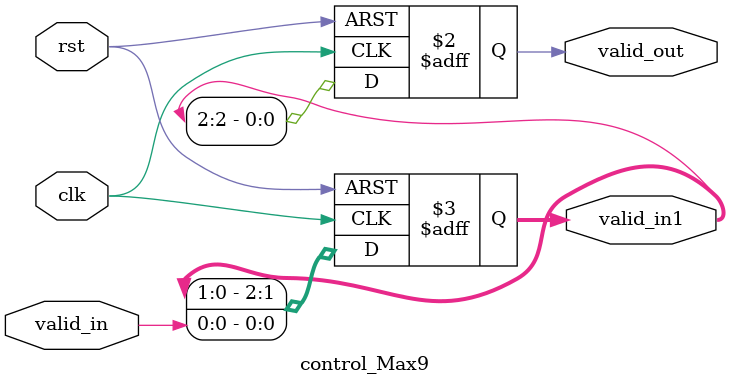
<source format=v>
module control_Max9 (
    input valid_in, clk, rst,
    output reg valid_out, 
    output reg[2:0] valid_in1 
  );

    always @(posedge clk or posedge rst) 
    begin
        if(rst)begin
            valid_in1[0] <= 1'd0;
            valid_in1[1] <= 1'd0;
            valid_in1[2] <= 1'd0;
            valid_out <= 1'd0;
        end
        else begin
            valid_in1[0] <= valid_in;
            valid_in1[1] <= valid_in1[0];
            valid_in1[2] <= valid_in1[1];
            valid_out <= valid_in1[2];
        end
    end        

endmodule







</source>
